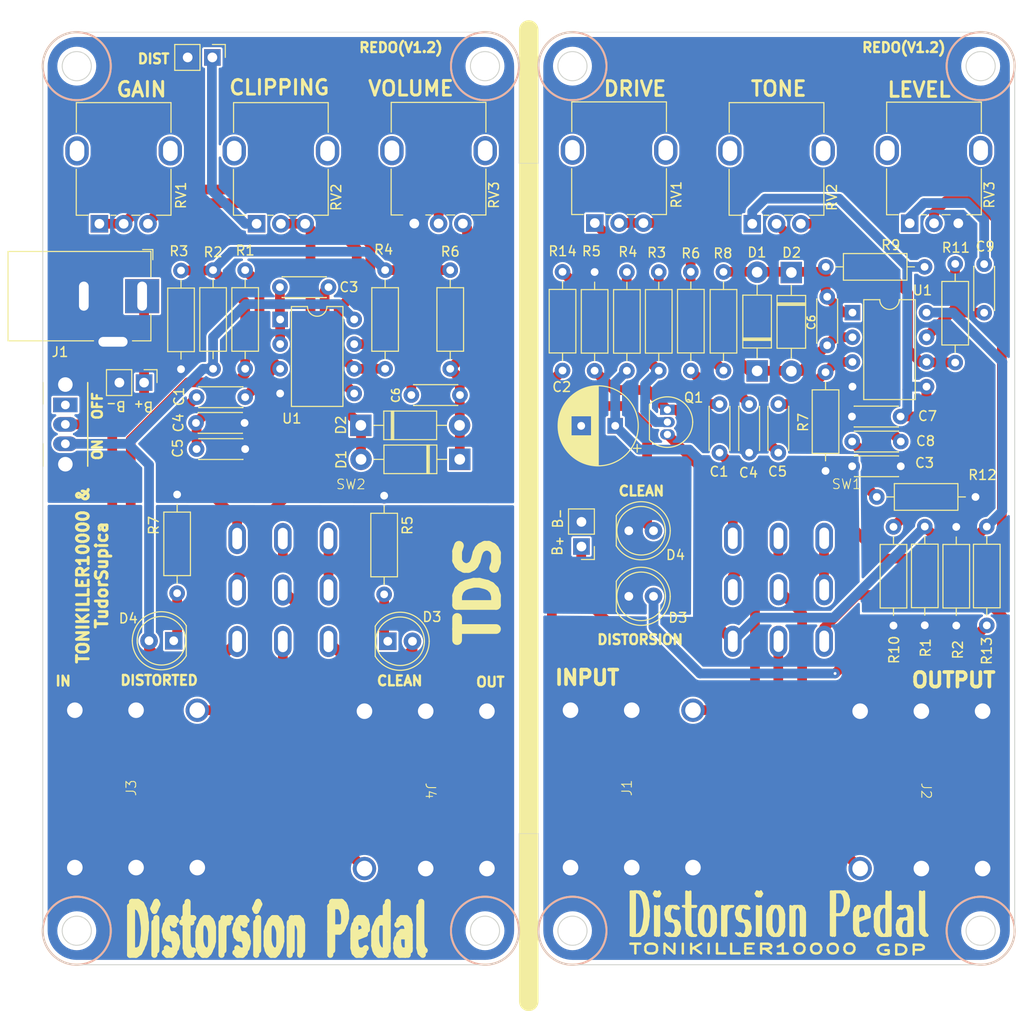
<source format=kicad_pcb>
(kicad_pcb (version 20240108) (generator "pcbnew") (generator_version "8.0")
  (layers (0 "F.Cu" signal) (31 "B.Cu" signal) (34 "B.Paste" user) (35 "F.Paste" user) (36 "B.SilkS" user "B.Silkscreen") (37 "F.SilkS" user "F.Silkscreen") (38 "B.Mask" user) (39 "F.Mask" user) (44 "Edge.Cuts" user))
  (net 0 "")
  (net 1 "Net-(C1-Pad2)")
  (net 2 "GND")
  (net 3 "Net-(U1B-+)")
  (net 4 "+4.5V")
  (net 5 "Net-(C4-Pad1)")
  (net 6 "Net-(D4-K)")
  (net 7 "Net-(D4-A)")
  (net 8 "Net-(U1B--)")
  (net 9 "+9V")
  (net 10 "Net-(D1-K)")
  (net 11 "Net-(C8-Pad2)")
  (net 12 "Net-(U1A--)")
  (net 13 "Net-(U1A-+)")
  (footprint "Capacitor_THT:C_Disc_D4.3mm_W1.9mm_P5.00mm" (layer "F.Cu") (at 187.985049 82.065304 90)
    (property "Reference" "C6")
    (property "Value" "51pF")
  )
  (footprint "Resistor_THT:R_Axial_DIN0207_L6.3mm_D2.5mm_P10.16mm_Horizontal" (layer "F.Cu") (at 160.755049 84.655304 90)
    (property "Reference" "R14")
    (property "Value" "1K")
  )
  (footprint "Resistor_THT:R_Axial_DIN0207_L6.3mm_D2.5mm_P10.16mm_Horizontal" (layer "F.Cu") (at 149.20005 74.32005 -90)
    (property "Reference" "R6")
    (property "Value" "10K")
  )
  (footprint "Resistor_THT:R_Axial_DIN0207_L6.3mm_D2.5mm_P10.16mm_Horizontal" (layer "F.Cu") (at 177.315049 74.505304 -90)
    (property "Reference" "R8")
    (property "Value" "51K")
  )
  (footprint "Capacitor_THT:C_Disc_D4.3mm_W1.9mm_P5.00mm" (layer "F.Cu") (at 182.955049 88.115304 -90)
    (property "Reference" "C5")
    (property "Value" "1uF")
  )
  (footprint "Button_Switch_THT:SW_CuK_OS102011MA1QN1_SPDT_Angled" (layer "F.Cu") (at 109.60005 88.20005 -90)
    (property "Reference" "SW1" (hide yes))
    (property "Value" "POW" (hide yes))
  )
  (footprint "Resistor_THT:R_Axial_DIN0207_L6.3mm_D2.5mm_P10.16mm_Horizontal" (layer "F.Cu") (at 170.655049 84.675304 90)
    (property "Reference" "R3")
    (property "Value" "1K")
  )
  (footprint "LED_THT:LED_D5.0mm" (layer "F.Cu") (at 167.575049 101.150304)
    (property "Reference" "D4")
    (property "Value" "GREEN")
  )
  (footprint "Package_DIP:DIP-8_W7.62mm" (layer "F.Cu") (at 131.70005 79.40005)
    (property "Reference" "U1")
    (property "Value" "TL072")
  )
  (footprint "Connector_PinHeader_2.54mm:PinHeader_1x02_P2.54mm_Vertical" (layer "F.Cu") (at 162.700049 102.775304 180)
    (property "Reference" "J3" (hide yes))
    (property "Value" "BATT")
  )
  (footprint "LED_THT:LED_D5.0mm" (layer "F.Cu") (at 167.575049 107.900304)
    (property "Reference" "D3")
    (property "Value" "RED")
  )
  (footprint "Audio:FootSwitch" (layer "F.Cu") (at 182.975049 107.225304)
    (property "Reference" "SW1")
    (property "Value" "FootSwitch")
  )
  (footprint "Capacitor_THT:C_Disc_D4.3mm_W1.9mm_P5.00mm" (layer "F.Cu") (at 190.555049 91.965304)
    (property "Reference" "C8")
    (property "Value" "220nF")
  )
  (footprint "Audio:FootSwitch" (layer "F.Cu") (at 131.97505 107.25005)
    (property "Reference" "SW2")
    (property "Value" "FootSwitch")
  )
  (footprint "Resistor_THT:R_Axial_DIN0207_L6.3mm_D2.5mm_P10.16mm_Horizontal" (layer "F.Cu") (at 194.805049 110.910304 90)
    (property "Reference" "R10")
    (property "Value" "10K")
  )
  (footprint "Resistor_THT:R_Axial_DIN0207_L6.3mm_D2.5mm_P10.16mm_Horizontal" (layer "F.Cu") (at 121.10005 97.42005 -90)
    (property "Reference" "R7")
    (property "Value" "1K")
  )
  (footprint "Capacitor_THT:C_Disc_D4.3mm_W1.9mm_P5.00mm" (layer "F.Cu") (at 136.67495 76.07515 180)
    (property "Reference" "C3")
    (property "Value" "10uF")
  )
  (footprint "Resistor_THT:R_Axial_DIN0207_L6.3mm_D2.5mm_P10.16mm_Horizontal" (layer "F.Cu") (at 142.40005 97.54005 -90)
    (property "Reference" "R5")
    (property "Value" "1K")
  )
  (footprint "Audio:PJ-664C" (layer "F.Cu") (at 167.875049 127.625304 90)
    (property "Reference" "J1")
    (property "Value" "INPUT")
  )
  (footprint "Capacitor_THT:C_Disc_D4.3mm_W1.9mm_P5.00mm" (layer "F.Cu") (at 128.10005 92.74005 180)
    (property "Reference" "C5")
    (property "Value" "100nF")
  )
  (footprint "Potentiometer_THT:Potentiometer_Alpha_RD901F-40-00D_Single_Vertical" (layer "F.Cu") (at 196.475049 69.500304 90)
    (property "Reference" "RV3")
    (property "Value" "100K")
  )
  (footprint "Connector_BarrelJack:BarrelJack_Horizontal" (layer "F.Cu") (at 117.50005 77.00005)
    (property "Reference" "J1")
    (property "Value" "Barrel_Jack")
  )
  (footprint "LED_THT:LED_D5.0mm" (layer "F.Cu") (at 142.77495 112.52515)
    (property "Reference" "D3")
    (property "Value" "GREEN")
  )
  (footprint "Capacitor_THT:C_Disc_D4.3mm_W1.9mm_P5.00mm" (layer "F.Cu") (at 190.535049 89.395304)
    (property "Reference" "C7")
    (property "Value" "220nF")
  )
  (footprint "Resistor_THT:R_Axial_DIN0207_L6.3mm_D2.5mm_P10.16mm_Horizontal" (layer "F.Cu") (at 204.405049 100.730304 -90)
    (property "Reference" "R13")
    (property "Value" "1K")
  )
  (footprint "Resistor_THT:R_Axial_DIN0207_L6.3mm_D2.5mm_P10.16mm_Horizontal" (layer "F.Cu") (at 121.50005 84.52005 90)
    (property "Reference" "R3")
    (property "Value" "10K")
  )
  (footprint "Resistor_THT:R_Axial_DIN0207_L6.3mm_D2.5mm_P10.16mm_Horizontal" (layer "F.Cu") (at 201.265049 100.750304 -90)
    (property "Reference" "R2")
    (property "Value" "100K")
  )
  (footprint "Resistor_THT:R_Axial_DIN0207_L6.3mm_D2.5mm_P10.16mm_Horizontal" (layer "F.Cu") (at 142.50005 84.48005 90)
    (property "Reference" "R4")
    (property "Value" "1K")
  )
  (footprint "Potentiometer_THT:Potentiometer_Alpha_RD901F-40-00D_Single_Vertical" (layer "F.Cu") (at 129.274922 69.550177 90)
    (property "Reference" "RV2")
    (property "Value" "10K")
  )
  (footprint "Capacitor_THT:C_Disc_D4.3mm_W1.9mm_P5.00mm" (layer "F.Cu") (at 204.135049 73.705304 -90)
    (property "Reference" "C9")
    (property "Value" "1uF")
  )
  (footprint "Connector_PinHeader_2.54mm:PinHeader_1x02_P2.54mm_Vertical" (layer "F.Cu") (at 124.72495 52.42515 -90)
    (property "Reference" "JP1" (hide yes))
    (property "Value" "Jumper_2_Open")
  )
  (footprint "Diode_THT:D_DO-41_SOD81_P10.16mm_Horizontal" (layer "F.Cu") (at 140.00005 90.30005)
    (property "Reference" "D2")
    (property "Value" "D")
  )
  (footprint "Audio:PJ-664C" (layer "F.Cu") (at 197.675049 127.925304 -90)
    (property "Reference" "J2")
    (property "Value" "OUTPUT")
  )
  (footprint "Package_TO_SOT_THT:TO-92_Inline" (layer "F.Cu") (at 171.545049 88.695304 -90)
    (property "Reference" "Q1")
    (property "Value" "2N3904")
  )
  (footprint "Resistor_THT:R_Axial_DIN0207_L6.3mm_D2.5mm_P10.16mm_Horizontal" (layer "F.Cu") (at 124.80005 74.32005 -90)
    (property "Reference" "R2")
    (property "Value" "10K")
  )
  (footprint "Resistor_THT:R_Axial_DIN0207_L6.3mm_D2.5mm_P10.16mm_Horizontal" (layer "F.Cu") (at 201.155049 73.675304 -90)
    (property "Reference" "R11")
    (property "Value" "1K")
  )
  (footprint "Resistor_THT:R_Axial_DIN0207_L6.3mm_D2.5mm_P10.16mm_Horizontal" (layer "F.Cu") (at 187.815049 94.995304 90)
    (property "Reference" "R7")
    (property "Value" "10K")
  )
  (footprint "Capacitor_THT:C_Disc_D4.3mm_W1.9mm_P5.00mm" (layer "F.Cu") (at 150.20005 87.18005 180)
    (property "Reference" "C6")
    (property "Value" "10uF")
  )
  (footprint "Capacitor_THT:C_Disc_D4.3mm_W1.9mm_P5.00mm" (layer "F.Cu") (at 195.555049 94.515304 180)
    (property "Reference" "C3")
    (property "Value" "100nF")
  )
  (footprint "Audio:PJ-664C" (layer "F.Cu") (at 116.874922 127.625177 90)
    (property "Reference" "J3")
    (property "Value" "INPUT")
  )
  (footprint "Diode_THT:D_DO-41_SOD81_P10.16mm_Horizontal" (layer "F.Cu") (at 184.295049 74.565304 -90)
    (property "Reference" "D2")
    (property "Value" "D")
  )
  (footprint "Potentiometer_THT:Potentiometer_Alpha_RD901F-40-00D_Single_Vertical" (layer "F.Cu") (at 180.275049 69.550304 90)
    (property "Reference" "RV2")
    (property "Value" "10K")
  )
  (footprint "Resistor_THT:R_Axial_DIN0207_L6.3mm_D2.5mm_P10.16mm_Horizontal" (layer "F.Cu") (at 173.955049 74.495304 -90)
    (property "Reference" "R6")
    (property "Value" "1K")
  )
  (footprint "Capacitor_THT:C_Disc_D4.3mm_W1.9mm_P5.00mm" (layer "F.Cu") (at 179.955049 88.115304 -90)
    (property "Reference" "C4")
    (property "Value" "47nF")
  )
  (footprint "LED_THT:LED_D5.0mm" (layer "F.Cu") (at 120.74995 112.47515 180)
    (property "Reference" "D4")
    (property "Value" "RED")
  )
  (footprint "Diode_THT:D_DO-41_SOD81_P10.16mm_Horizontal" (layer "F.Cu") (at 180.775049 84.695304 90)
    (property "Reference" "D1")
    (property "Value" "D")
  )
  (footprint "Connector_PinHeader_2.54mm:PinHeader_1x02_P2.54mm_Vertical" (layer "F.Cu") (at 117.70005 85.90005 -90)
    (property "Reference" "J2" (hide yes))
    (property "Value" "BATT")
  )
  (footprint "Capacitor_THT:C_Disc_D4.3mm_W1.9mm_P5.00mm" (layer "F.Cu") (at 123.10005 87.40005)
    (property "Reference" "C1")
    (property "Value" "10uF")
  )
  (footprint "Package_DIP:DIP-8_W7.62mm" (layer "F.Cu") (at 190.585049 78.695304)
    (property "Reference" "U1")
    (property "Value" "TL072")
  )
  (footprint "Resistor_THT:R_Axial_DIN0207_L6.3mm_D2.5mm_P10.16mm_Horizontal" (layer "F.Cu") (at 203.245049 97.670304 180)
    (property "Reference" "R12")
    (property "Value" "220R")
  )
  (footprint "Capacitor_THT:C_Disc_D4.3mm_W1.9mm_P5.00mm" (layer "F.Cu") (at 176.905049 93.115304 90)
    (property "Reference" "C1")
    (property "Value" "20nF")
  )
  (footprint "Audio:PJ-664C" (layer "F.Cu") (at 146.674922 127.925177 -90)
    (property "Reference" "J4")
    (property "Value" "OUTPUT")
  )
  (footprint "Diode_THT:D_DO-41_SOD81_P10.16mm_Horizontal" (layer "F.Cu") (at 150.18005 93.80005 180)
    (property "Reference" "D1")
    (property "Value" "D")
  )
  (footprint "Resistor_THT:R_Axial_DIN0207_L6.3mm_D2.5mm_P10.16mm_Horizontal" (layer "F.Cu") (at 167.375049 74.520304 -90)
    (property "Reference" "R4")
    (property "Value" "510K")
  )
  (footprint "Potentiometer_THT:Potentiometer_Alpha_RD901F-40-00D_Single_Vertical" (layer "F.Cu") (at 113.10005 69.55005 90)
    (property "Reference" "RV1")
    (property "Value" "100K")
  )
  (footprint "Resistor_THT:R_Axial_DIN0207_L6.3mm_D2.5mm_P10.16mm_Horizontal" (layer "F.Cu") (at 198.005049 73.985304 180)
    (property "Reference" "R9")
    (property "Value" "1K")
  )
  (footprint "Potentiometer_THT:Potentiometer_Alpha_RD901F-40-00D_Single_Vertical" (layer "F.Cu") (at 145.50005 69.52505 90)
    (property "Reference" "RV3")
    (property "Value" "100K")
  )
  (footprint "Capacitor_THT:C_Disc_D4.3mm_W1.9mm_P5.00mm" (layer "F.Cu") (at 128.04005 90.05005 180)
    (property "Reference" "C4")
    (property "Value" "10uF")
  )
  (footprint "Capacitor_THT:CP_Radial_D8.0mm_P3.50mm" (layer "F.Cu") (at 166.175049 90.350304 180)
    (property "Reference" "C2")
    (property "Value" "1uF")
  )
  (footprint "Potentiometer_THT:Potentiometer_Alpha_RD901F-40-00D_Single_Vertical" (layer "F.Cu") (at 164.075049 69.475304 90)
    (property "Reference" "RV1")
    (property "Value" "500K")
  )
  (footprint "Resistor_THT:R_Axial_DIN0207_L6.3mm_D2.5mm_P10.16mm_Horizontal" (layer "F.Cu") (at 128.10005 84.48005 90)
    (property "Reference" "R1")
    (property "Value" "100k")
  )
  (footprint "Resistor_THT:R_Axial_DIN0207_L6.3mm_D2.5mm_P10.16mm_Horizontal" (layer "F.Cu") (at 198.025049 110.880304 90)
    (property "Reference" "R1")
    (property "Value" "100K")
  )
  (footprint "Resistor_THT:R_Axial_DIN0207_L6.3mm_D2.5mm_P10.16mm_Horizontal" (layer "F.Cu") (at 164.055049 74.515304 -90)
    (property "Reference" "R5")
    (property "Value" "10K")
  )
  (gr_circle (center 110.774921 53.325176) (end 110.774921 56.825176) (stroke (width 0.2)) (fill none) (layer "B.SilkS"))
  (gr_circle (center 152.774923 142.325178) (end 152.774923 145.825178) (stroke (width 0.2)) (fill none) (layer "B.SilkS"))
  (gr_circle (center 110.774921 142.325178) (end 110.774921 145.825178) (stroke (width 0.2)) (fill none) (layer "B.SilkS"))
  (gr_circle (center 161.775048 53.325303) (end 161.775048 56.825303) (stroke (width 0.2)) (fill none) (layer "B.SilkS"))
  (gr_circle (center 203.77505 53.325303) (end 203.77505 56.825303) (stroke (width 0.2)) (fill none) (layer "B.SilkS"))
  (gr_circle (center 161.775048 142.325305) (end 161.775048 145.825305) (stroke (width 0.2)) (fill none) (layer "B.SilkS"))
  (gr_circle (center 152.774923 53.325176) (end 152.774923 56.825176) (stroke (width 0.2)) (fill none) (layer "B.SilkS"))
  (gr_circle (center 203.77505 142.325305) (end 203.77505 145.825305) (stroke (width 0.2)) (fill none) (layer "B.SilkS"))
  (gr_circle (center 203.77505 142.325305) (end 207.27505 142.325305) (stroke (width 0.2)) (fill none) (layer "F.SilkS"))
  (gr_circle (center 203.77505 53.325303) (end 207.27505 53.325303) (stroke (width 0.2)) (fill none) (layer "F.SilkS"))
  (gr_circle (center 110.774921 53.325176) (end 114.274921 53.325176) (stroke (width 0.2)) (fill none) (layer "F.SilkS"))
  (gr_circle (center 161.775048 142.325305) (end 165.275048 142.325305) (stroke (width 0.2)) (fill none) (layer "F.SilkS"))
  (gr_circle (center 161.775048 53.325303) (end 165.275048 53.325303) (stroke (width 0.2)) (fill none) (layer "F.SilkS"))
  (gr_line (start 157.279167 49.596077) (end 157.279167 149.596077) (stroke (width 2)) (layer "F.SilkS"))
  (gr_circle (center 152.774923 53.325176) (end 156.274923 53.325176) (stroke (width 0.2)) (fill none) (layer "F.SilkS"))
  (gr_circle (center 152.774923 142.325178) (end 156.274923 142.325178) (stroke (width 0.2)) (fill none) (layer "F.SilkS"))
  (gr_circle (center 110.774921 142.325178) (end 114.274921 142.325178) (stroke (width 0.2)) (fill none) (layer "F.SilkS"))
  (gr_circle (center 161.775048 53.325303) (end 161.775048 54.825303) (stroke (width 0.1)) (fill none) (layer "Edge.Cuts"))
  (gr_line (start 161.775049 49.825304) (end 203.775049 49.825304) (stroke (width 0.05)) (layer "Edge.Cuts"))
  (gr_line (start 107.274922 142.325177) (end 107.274922 53.325177) (stroke (width 0.1)) (layer "Edge.Cuts"))
  (gr_circle (center 161.775048 142.325305) (end 161.775048 143.825305) (stroke (width 0.1)) (fill none) (layer "Edge.Cuts"))
  (gr_line (start 158.274922 132.325177) (end 158.275049 142.325304) (stroke (width 0.05)) (layer "Edge.Cuts"))
  (gr_circle (center 152.774923 142.325178) (end 152.774923 143.825178) (stroke (width 0.1)) (fill none) (layer "Edge.Cuts"))
  (gr_arc (start 152.774922 49.825177) (mid 155.249805 50.850301) (end 156.274922 53.325177) (stroke (width 0.1)) (layer "Edge.Cuts"))
  (gr_arc (start 156.274922 142.325177) (mid 155.249803 144.800062) (end 152.774922 145.825177) (stroke (width 0.1)) (layer "Edge.Cuts"))
  (gr_arc (start 158.275049 53.325304) (mid 159.300175 50.85043) (end 161.775049 49.825304) (stroke (width 0.1)) (layer "Edge.Cuts"))
  (gr_circle (center 203.77505 142.325305) (end 203.77505 143.825305) (stroke (width 0.1)) (fill none) (layer "Edge.Cuts"))
  (gr_circle (center 203.77505 53.325303) (end 203.77505 54.825303) (stroke (width 0.1)) (fill none) (layer "Edge.Cuts"))
  (gr_line (start 156.274795 132.32505) (end 158.274922 132.325177) (stroke (width 0.05)) (layer "Edge.Cuts"))
  (gr_line (start 156.274795 132.32505) (end 156.274922 142.325177) (stroke (width 0.05)) (layer "Edge.Cuts"))
  (gr_arc (start 203.775049 49.825304) (mid 206.249925 50.850426) (end 207.275049 53.325304) (stroke (width 0.1)) (layer "Edge.Cuts"))
  (gr_line (start 156.274922 53.325177) (end 156.275049 63.325304) (stroke (width 0.05)) (layer "Edge.Cuts"))
  (gr_circle (center 110.774921 142.325178) (end 110.774921 143.825178) (stroke (width 0.1)) (fill none) (layer "Edge.Cuts"))
  (gr_line (start 203.775049 145.825304) (end 161.775049 145.825304) (stroke (width 0.1)) (layer "Edge.Cuts"))
  (gr_line (start 207.275049 53.325304) (end 207.275049 142.325304) (stroke (width 0.1)) (layer "Edge.Cuts"))
  (gr_line (start 156.275049 63.325304) (end 158.275176 63.325431) (stroke (width 0.05)) (layer "Edge.Cuts"))
  (gr_line (start 152.774922 145.825177) (end 110.774922 145.825177) (stroke (width 0.1)) (layer "Edge.Cuts"))
  (gr_line (start 158.275049 53.325304) (end 158.275176 63.325431) (stroke (width 0.05)) (layer "Edge.Cuts"))
  (gr_line (start 110.774922 49.825177) (end 152.774922 49.825177) (stroke (width 0.05)) (layer "Edge.Cuts"))
  (gr_arc (start 161.775049 145.825304) (mid 159.300175 144.800178) (end 158.275049 142.325304) (stroke (width 0.1)) (layer "Edge.Cuts"))
  (gr_arc (start 110.774922 145.825177) (mid 108.300057 144.800042) (end 107.274922 142.325177) (stroke (width 0.1)) (layer "Edge.Cuts"))
  (gr_arc (start 107.274922 53.325177) (mid 108.300049 50.850304) (end 110.774922 49.825177) (stroke (width 0.1)) (layer "Edge.Cuts"))
  (gr_circle (center 152.774923 53.325176) (end 152.774923 54.825176) (stroke (width 0.1)) (fill none) (layer "Edge.Cuts"))
  (gr_circle (center 110.774921 53.325176) (end 110.774921 54.825176) (stroke (width 0.1)) (fill none) (layer "Edge.Cuts"))
  (gr_arc (start 207.275049 142.325304) (mid 206.249924 144.80018) (end 203.775049 145.825304) (stroke (width 0.1)) (layer "Edge.Cuts"))
  (gr_text "ON" (at 112.90005 92.80005 90) (layer "F.SilkS") (effects (font (size 1 1) (thickness 0.25))))
  (gr_text "REDO(V1.2)" (at 191.445049 51.995304 0) (layer "F.SilkS") (effects (font (size 1 1) (thickness 0.25) (bold yes)) (justify left bottom)))
  (gr_text "REDO(V1.2)" (at 139.70005 52.00005 0) (layer "F.SilkS") (effects (font (size 1 1) (thickness 0.25) (bold yes)) (justify left bottom)))
  (gr_text "DISTORTED" (at 119.25005 116.55005 0) (layer "F.SilkS") (effects (font (size 1 1) (thickness 0.25) (bold yes))))
  (gr_text "Distorsion Pedal" (at 183.125049 140.725304 0) (layer "F.SilkS") (effects (font (size 4.5 2.5) (thickness 0.25) (bold yes))))
  (gr_text "TONIKILLER10000 \n" (at 167.395049 144.795304 0) (layer "F.SilkS") (effects (font (size 1 1.8) (thickness 0.25) (bold yes)) (justify left bottom)))
  (gr_text "B_{-}" (at 160.275049 99.900304 90) (layer "F.SilkS") (effects (font (size 1 1))))
  (gr_text "B_{-}" (at 114.82505 88.32505 180) (layer "F.SilkS") (effects (font (size 1 1))))
  (gr_text "TONE\n" (at 179.975049 56.525304 0) (layer "F.SilkS") (effects (font (size 1.5 1.5) (thickness 0.3) (bold yes)) (justify left bottom)))
  (gr_text "GDP" (at 192.695049 144.895304 0) (layer "F.SilkS") (effects (font (size 1 1.8) (thickness 0.25) (bold yes)) (justify left bottom)))
  (gr_text "LEVEL" (at 194.025049 56.625304 0) (layer "F.SilkS") (effects (font (size 1.5 1.5) (thickness 0.3) (bold yes)) (justify left bottom)))
  (gr_text "Distorsion Pedal" (at 183.075049 140.775304 0) (layer "F.SilkS") (effects (font (size 4.5 2.5) (thickness 0.25) (bold yes))))
  (gr_text "DIST" (at 118.67495 52.57515 0) (layer "F.SilkS") (effects (font (size 1 1) (thickness 0.25) (bold yes))))
  (gr_text "TDS" (at 154.45005 113.45005 90) (layer "F.SilkS") (effects (font (size 4 4) (thickness 1) (bold yes)) (justify left bottom)))
  (gr_text "B_{+}" (at 117.65005 88.37505 180) (layer "F.SilkS") (effects (font (size 1 1))))
  (gr_text "INPUT\n" (at 159.795049 117.145304 0) (layer "F.SilkS") (effects (font (size 1.5 1.5) (thickness 0.375) (bold yes)) (justify left bottom)))
  (gr_text "Distorsion Pedal" (at 182.725049 140.725304 0) (layer "F.SilkS") (effects (font (size 4.5 2.5) (thickness 0.25) (bold yes))))
  (gr_text "TONIKILLER10000 &\nTudorSupica" (at 112.37495 105.72515 90) (layer "F.SilkS") (effects (font (size 1.2 1.2) (thickness 0.3) (bold yes))))
  (gr_text "OFF\n" (at 112.90005 88.30005 90) (layer "F.SilkS") (effects (font (size 1 1) (thickness 0.25))))
  (gr_text "DISTORSION" (at 164.195049 112.945304 0) (layer "F.SilkS") (effects (font (size 1 1) (thickness 0.25) (bold yes)) (justify left bottom)))
  (gr_text "DRIVE" (at 164.825049 56.525304 0) (layer "F.SilkS") (effects (font (size 1.5 1.5) (thickness 0.3) (bold yes)) (justify left bottom)))
  (gr_text "VOLUME\n" (at 140.60005 56.50005 0) (layer "F.SilkS") (effects (font (size 1.5 1.5) (thickness 0.3) (bold yes)) (justify left bottom)))
  (gr_text "\nDistorsion Pedal" (at 131.40005 138.05005 0) (layer "F.SilkS") (effects (font (size 5 2.5) (thickness 0.625) (bold yes))))
  (gr_text "CLEAN\n" (at 144.00005 116.60005 0) (layer "F.SilkS") (effects (font (size 1 1) (thickness 0.25) (bold yes))))
  (gr_text "Distorsion Pedal" (at 182.875049 140.775304 0) (layer "F.SilkS") (effects (font (size 4.5 2.5) (thickness 0.25) (bold yes))))
  (gr_text "IN" (at 109.37495 116.62515 0) (layer "F.SilkS") (effects (font (size 1 1) (thickness 0.25) (bold yes))))
  (gr_text "B_{+}" (at 160.225049 102.725304 90) (layer "F.SilkS") (effects (font (size 1 1))))
  (gr_text "CLEAN" (at 166.395049 97.645304 0) (layer "F.SilkS") (effects (font (size 1 1) (thickness 0.25) (bold yes)) (justify left bottom)))
  (gr_text "OUT" (at 153.32495 116.72515 0) (layer "F.SilkS") (effects (font (size 1 1) (thickness 0.25) (bold yes))))
  (gr_text "GAIN\n" (at 114.70005 56.60005 0) (layer "F.SilkS") (effects (font (size 1.5 1.5) (thickness 0.3) (bold yes)) (justify left bottom)))
  (gr_text "CLIPPING\n" (at 126.30005 56.40005 0) (layer "F.SilkS") (effects (font (size 1.5 1.5) (thickness 0.3) (bold yes)) (justify left bottom)))
  (gr_text "\nDistorsion Pedal" (at 131.20005 138.50005 0) (layer "F.SilkS") (effects (font (size 5 2.5) (thickness 0.625) (bold yes))))
  (gr_text "OUTPUT\n" (at 196.495049 117.395304 0) (layer "F.SilkS") (effects (font (size 1.5 1.5) (thickness 0.375) (bold yes)) (justify left bottom)))
  (segment (start 187.655049 101.915304) (end 187.655049 107.215304) (width 1) (layer "F.Cu") (net 0))
  (segment (start 114.07495 90.20005) (end 115.45005 90.20005) (width 1) (layer "F.Cu") (net 0))
  (segment (start 140.97495 71.67515) (end 140.97495 81.94005) (width 1) (layer "F.Cu") (net 0))
  (segment (start 125.61995 87.47015) (end 123.04005 90.05005) (width 1) (layer "F.Cu") (net 0))
  (segment (start 134.82495 70.100205) (end 134.274922 69.550177) (width 1) (layer "F.Cu") (net 0))
  (segment (start 152.92495 68.72515) (end 151.77495 67.57515) (width 1) (layer "F.Cu") (net 0))
  (segment (start 198.975049 68.445304) (end 198.975049 69.500304) (width 1) (layer "F.Cu") (net 0))
  (segment (start 182.955049 117.890304) (end 178.755049 122.090304) (width 1) (layer "F.Cu") (net 0))
  (segment (start 178.275049 105.845304) (end 180.655049 103.465304) (width 1) (layer "F.Cu") (net 0))
  (segment (start 114.42495 120.47515) (end 114.42495 90.55005) (width 1) (layer "F.Cu") (net 0))
  (segment (start 117.50005 77.00005) (end 117.70005 77.20005) (width 1) (layer "F.Cu") (net 0))
  (segment (start 201.135049 78.275304) (end 199.662549 79.747804) (width 1) (layer "F.Cu") (net 0))
  (segment (start 160.755049 84.655304) (end 159.655049 85.755304) (width 1) (layer "F.Cu") (net 0))
  (segment (start 129.62495 116.62515) (end 129.62495 106.27515) (width 1) (layer "F.Cu") (net 0))
  (segment (start 178.275049 107.225304) (end 178.275049 105.845304) (width 1) (layer "F.Cu") (net 0))
  (segment (start 200.205049 67.215304) (end 198.975049 68.445304) (width 1) (layer "F.Cu") (net 0))
  (segment (start 188.655049 98.915304) (end 193.755049 104.015304) (width 1) (layer "F.Cu") (net 0))
  (segment (start 177.780049 119.615304) (end 174.155049 119.615304) (width 1) (layer "F.Cu") (net 0))
  (segment (start 152.92495 95.12515) (end 152.92495 68.72515) (width 1) (layer "F.Cu") (net 0))
  (segment (start 172.305049 73.440304) (end 170.555049 71.690304) (width 1) (layer "F.Cu") (net 0))
  (segment (start 203.805049 107.765304) (end 191.055049 107.765304) (width 1) (layer "F.Cu") (net 0))
  (segment (start 193.065049 97.660304) (end 193.050049 97.660304) (width 1) (layer "F.Cu") (net 0))
  (segment (start 182.955049 101.915304) (end 182.955049 103.815304) (width 1) (layer "F.Cu") (net 0))
  (segment (start 166.045049 86.665304) (end 164.055049 84.675304) (width 1) (layer "F.Cu") (net 0))
  (segment (start 123.174922 119.625177) (end 126.624923 119.625177) (width 1) (layer "F.Cu") (net 0))
  (segment (start 151.77495 67.57515) (end 148.82495 67.57515) (width 1) (layer "F.Cu") (net 0))
  (segment (start 188.795049 115.845304) (end 191.695049 112.945304) (width 1) (layer "F.Cu") (net 0))
  (segment (start 162.680049 107.815304) (end 162.680049 102.765304) (width 1) (layer "F.Cu") (net 0))
  (segment (start 128.10005 84.99005) (end 125.61995 87.47015) (width 1) (layer "F.Cu") (net 0))
  (segment (start 116.32495 91.77515) (end 122.22495 85.87515) (width 1) (layer "F.Cu") (net 0))
  (segment (start 145.31495 112.52515) (end 145.31495 113.38515) (width 1) (layer "F.Cu") (net 0))
  (segment (start 170.555049 115.690304) (end 162.680049 107.815304) (width 1) (layer "F.Cu") (net 0))
  (segment (start 170.555049 120.190304) (end 170.555049 115.690304) (width 1) (layer "F.Cu") (net 0))
  (segment (start 139.32005 81.94005) (end 140.97495 81.94005) (width 1) (layer "F.Cu") (net 0))
  (segment (start 205.955049 69.665304) (end 203.505049 67.215304) (width 1) (layer "F.Cu") (net 0))
  (segment (start 187.825049 76.915304) (end 187.825049 73.975304) (width 1) (layer "F.Cu") (net 0))
  (segment (start 159.655049 137.015304) (end 160.605049 137.965304) (width 1) (layer "F.Cu") (net 0))
  (segment (start 180.655049 103.465304) (end 180.655049 100.115304) (width 1) (layer "F.Cu") (net 0))
  (segment (start 124.02495 85.87515) (end 125.61995 87.47015) (width 1) (layer "F.Cu") (net 0))
  (segment (start 182.955049 103.815304) (end 180.555049 106.215304) (width 1) (layer "F.Cu") (net 0))
  (segment (start 121.32495 94.07515) (end 127.27505 100.02525) (width 1) (layer "F.Cu") (net 0))
  (segment (start 131.97505 112.55005) (end 131.97505 117.62505) (width 1) (layer "F.Cu") (net 0))
  (segment (start 128.10005 84.48005) (end 128.10005 84.99005) (width 1) (layer "F.Cu") (net 0))
  (segment (start 199.662549 79.747804) (end 198.185049 81.225304) (width 1) (layer "F.Cu") (net 0))
  (segment (start 138.65015 114.52515) (end 136.67505 112.55005) (width 1) (layer "F.Cu") (net 0))
  (segment (start 181.855049 98.915304) (end 188.655049 98.915304) (width 1) (layer "F.Cu") (net 0))
  (segment (start 205.955049 101.915304) (end 205.955049 69.665304) (width 1) (layer "F.Cu") (net 0))
  (segment (start 148.00005 68.40005) (end 148.00005 69.52505) (width 1) (layer "F.Cu") (net 0))
  (segment (start 172.485049 88.695304) (end 171.545049 88.695304) (width 1) (layer "F.Cu") (net 0))
  (segment (start 173.755049 89.965304) (end 173.105049 89.315304) (width 1) (layer "F.Cu") (net 0))
  (segment (start 159.655049 85.755304) (end 159.655049 137.015304) (width 1) (layer "F.Cu") (net 0))
  (segment (start 185.405049 129.965304) (end 191.355049 135.915304) (width 1) (layer "F.Cu") (net 0))
  (segment (start 189.595049 78.685304) (end 187.825049 76.915304) (width 1) (layer "F.Cu") (net 0))
  (segment (start 131.774922 69.550177) (end 134.274922 69.550177) (width 1) (layer "F.Cu") (net 0))
  (segment (start 134.07495 95.87515) (end 152.17495 95.87515) (width 1) (layer "F.Cu") (net 0))
  (segment (start 142.50005 74.32005) (end 149.20005 74.32005) (width 1) (layer "F.Cu") (net 0))
  (segment (start 134.52495 130.075205) (end 140.374922 135.925177) (width 1) (layer "F.Cu") (net 0))
  (segment (start 144.17495 114.52515) (end 138.65015 114.52515) (width 1) (layer "F.Cu") (net 0))
  (segment (start 200.715049 78.695304) (end 199.662549 79.747804) (width 1) (layer "F.Cu") (net 0))
  (segment (start 115.60005 69.55005) (end 119.12495 66.02515) (width 1) (layer "F.Cu") (net 0))
  (segment (start 192.205049 93.615304) (end 190.555049 91.965304) (width 1) (layer "F.Cu") (net 0))
  (segment (start 116.32495 119.075205) (end 116.32495 91.77515) (width 1) (layer "F.Cu") (net 0))
  (segment (start 182.955049 112.515304) (end 182.955049 117.890304) (width 1) (layer "F.Cu") (net 0))
  (segment (start 182.955049 93.115304) (end 179.805049 89.965304) (width 1) (layer "F.Cu") (net 0))
  (segment (start 167.355049 81.385304) (end 170.635049 84.665304) (width 1) (layer "F.Cu") (net 0))
  (segment (start 145.31495 113.38515) (end 144.17495 114.52515) (width 1) (layer "F.Cu") (net 0))
  (segment (start 160.605049 137.965304) (end 204.955049 137.965304) (width 1) (layer "F.Cu") (net 0))
  (segment (start 142.40005 112.15025) (end 142.77495 112.52515) (width 1) (layer "F.Cu") (net 0))
  (segment (start 127.27505 100.02525) (end 127.27505 101.95005) (width 1) (layer "F.Cu") (net 0))
  (segment (start 119.12495 66.02515) (end 135.32495 66.02515) (width 1) (layer "F.Cu") (net 0))
  (segment (start 193.755049 104.015304) (end 203.855049 104.015304) (width 1) (layer "F.Cu") (net 0))
  (segment (start 135.32495 66.02515) (end 140.97495 71.67515) (width 1) (layer "F.Cu") (net 0))
  (segment (start 179.805049 89.965304) (end 173.755049 89.965304) (width 1) (layer "F.Cu") (net 0))
  (segment (start 109.60005 90.20005) (end 114.07495 90.20005) (width 1) (layer "F.Cu") (net 0))
  (segment (start 117.70005 77.20005) (end 117.70005 85.90005) (width 1) (layer "F.Cu") (net 0))
  (segment (start 190.565049 78.685304) (end 189.595049 78.685304) (width 1) (layer "F.Cu") (net 0))
  (segment (start 171.545049 88.695304) (end 169.515049 86.665304) (width 1) (layer "F.Cu") (net 0))
  (segment (start 128.10005 77.62005) (end 124.80005 74.32005) (width 1) (layer "F.Cu") (net 0))
  (segment (start 182.955049 107.215304) (end 185.405049 109.665304) (width 1) (layer "F.Cu") (net 0))
  (segment (start 117.70005 87.95005) (end 117.70005 85.90005) (width 1) (layer "F.Cu") (net 0))
  (segment (start 180.555049 116.840304) (end 177.780049 119.615304) (width 1) (layer "F.Cu") (net 0))
  (segment (start 114.42495 90.55005) (end 114.07495 90.20005) (width 1) (layer "F.Cu") (net 0))
  (segment (start 125.24995 114.57515) (end 127.27505 112.55005) (width 1) (layer "F.Cu") (net 0))
  (segment (start 131.97505 117.62505) (end 126.92495 122.67515) (width 1) (layer "F.Cu") (net 0))
  (segment (start 129.62495 103.62515) (end 129.62495 100.32515) (width 1) (layer "F.Cu") (net 0))
  (segment (start 140.02005 90.32005) (end 140.00005 90.30005) (width 1) (layer "F.Cu") (net 0))
  (segment (start 123.10005 92.74005) (end 123.10005 90.11005) (width 1) (layer "F.Cu") (net 0))
  (segment (start 185.405049 109.665304) (end 185.405049 129.965304) (width 1) (layer "F.Cu") (net 0))
  (segment (start 140.97495 81.94005) (end 142.78985 81.94005) (width 1) (layer "F.Cu") (net 0))
  (segment (start 145.20005 84.35025) (end 145.20005 87.18005) (width 1) (layer "F.Cu") (net 0))
  (segment (start 113.10005 69.55005) (end 115.60005 69.55005) (width 1) (layer "F.Cu") (net 0))
  (segment (start 167.355049 74.510304) (end 167.355049 81.385304) (width 1) (layer "F.Cu") (net 0))
  (segment (start 127.27505 107.25005) (end 127.27505 105.97505) (width 1) (layer "F.Cu") (net 0))
  (segment (start 140.00005 90.30005) (end 134.82495 85.12495) (width 1) (layer "F.Cu") (net 0))
  (segment (start 128.10005 84.48005) (end 128.10005 77.62005) (width 1) (layer "F.Cu") (net 0))
  (segment (start 127.27505 105.97505) (end 129.62495 103.62515) (width 1) (layer "F.Cu") (net 0))
  (segment (start 122.22495 85.87515) (end 124.02495 85.87515) (width 1) (layer "F.Cu") (net 0))
  (segment (start 119.47495 114.57515) (end 125.24995 114.57515) (width 1) (layer "F.Cu") (net 0))
  (segment (start 140.02005 93.80005) (end 140.02005 90.32005) (width 1) (layer "F.Cu") (net 0))
  (segment (start 204.115049 78.695304) (end 200.715049 78.695304) (width 1) (layer "F.Cu") (net 0))
  (segment (start 191.695049 112.945304) (end 202.350049 112.945304) (width 1) (layer "F.Cu") (net 0))
  (segment (start 131.97505 103.92505) (end 131.97505 101.95005) (width 1) (layer "F.Cu") (net 0))
  (segment (start 202.350049 112.945304) (end 204.405049 110.890304) (width 1) (layer "F.Cu") (net 0))
  (segment (start 121.32495 89.17515) (end 121.32495 94.07515) (width 1) (layer "F.Cu") (net 0))
  (segment (start 142.40005 107.70005) (end 142.40005 112.15025) (width 1) (layer "F.Cu") (net 0))
  (segment (start 116.62495 122.67515) (end 114.42495 120.47515) (width 1) (layer "F.Cu") (net 0))
  (segment (start 129.62495 100.32515) (end 134.07495 95.87515) (width 1) (layer "F.Cu") (net 0))
  (segment (start 134.82495 85.12495) (end 134.82495 70.100205) (width 1) (layer "F.Cu") (net 0))
  (segment (start 187.305049 74.495304) (end 177.295049 74.495304) (width 1) (layer "F.Cu") (net 0))
  (segment (start 152.17495 95.87515) (end 152.92495 95.12515) (width 1) (layer "F.Cu") (net 0))
  (segment (start 124.76005 74.36005) (end 124.80005 74.32005) (width 1) (layer "F.Cu") (net 0))
  (segment (start 115.45005 90.20005) (end 117.70005 87.95005) (width 1) (layer "F.Cu") (net 0))
  (segment (start 180.555049 106.215304) (end 180.555049 116.840304) (width 1) (layer "F.Cu") (net 0))
  (segment (start 204.955049 137.965304) (end 206.005049 136.915304) (width 1) (layer "F.Cu") (net 0))
  (segment (start 148.82495 67.57515) (end 148.00005 68.40005) (width 1) (layer "F.Cu") (net 0))
  (segment (start 206.005049 136.915304) (end 206.005049 109.965304) (width 1) (layer "F.Cu") (net 0))
  (segment (start 203.505049 67.215304) (end 200.205049 67.215304) (width 1) (layer "F.Cu") (net 0))
  (segment (start 178.755049 122.090304) (end 172.455049 122.090304) (width 1) (layer "F.Cu") (net 0))
  (segment (start 121.50005 74.36005) (end 124.76005 74.36005) (width 1) (layer "F.Cu") (net 0))
  (segment (start 134.52495 109.79995) (end 134.52495 130.075205) (width 1) (layer "F.Cu") (net 0))
  (segment (start 118.20995 113.31015) (end 119.47495 114.57515) (width 1) (layer "F.Cu") (net 0))
  (segment (start 191.055049 107.765304) (end 187.675049 111.145304) (width 1) (layer "F.Cu") (net 0))
  (segment (start 192.205049 96.815304) (end 192.205049 93.615304) (width 1) (layer "F.Cu") (net 0))
  (segment (start 123.10005 90.11005) (end 123.04005 90.05005) (width 1) (layer "F.Cu") (net 0))
  (segment (start 176.905049 93.115304) (end 178.275049 94.485304) (width 1) (layer "F.Cu") (net 0))
  (segment (start 180.655049 100.115304) (end 181.855049 98.915304) (width 1) (layer "F.Cu") (net 0))
  (segment (start 187.675049 111.145304) (end 187.675049 112.525304) (width 1) (layer "F.Cu") (net 0))
  (segment (start 203.855049 104.015304) (end 205.955049 101.915304) (width 1) (layer "F.Cu") (net 0))
  (segment (start 193.050049 97.660304) (end 192.205049 96.815304) (width 1) (layer "F.Cu") (net 0))
  (segment (start 136.67505 107.25005) (end 136.67505 101.95005) (width 1) (layer "F.Cu") (net 0))
  (segment (start 201.135049 73.665304) (end 201.135049 78.275304) (width 1) (layer "F.Cu") (net 0))
  (segment (start 166.280049 71.690304) (end 164.055049 69.465304) (width 1) (layer "F.Cu") (net 0))
  (segment (start 116.874922 119.625177) (end 116.32495 119.075205) (width 1) (layer "F.Cu") (net 0))
  (segment (start 142.78985 81.94005) (end 145.20005 84.35025) (width 1) (layer "F.Cu") (net 0))
  (segment (start 131.97505 107.25005) (end 134.52495 109.79995) (width 1) (layer "F.Cu") (net 0))
  (segment (start 206.005049 109.965304) (end 203.805049 107.765304) (width 1) (layer "F.Cu") (net 0))
  (segment (start 170.555049 71.690304) (end 166.280049 71.690304) (width 1) (layer "F.Cu") (net 0))
  (segment (start 173.105049 89.315304) (end 172.485049 88.695304) (width 1) (layer "F.Cu") (net 0))
  (segment (start 123.10005 87.40005) (end 121.32495 89.17515) (width 1) (layer "F.Cu") (net 0))
  (segment (start 126.624923 119.625177) (end 129.62495 116.62515) (width 1) (layer "F.Cu") (net 0))
  (segment (start 178.275049 94.485304) (end 178.275049 101.925304) (width 1) (layer "F.Cu") (net 0))
  (segment (start 172.455049 122.090304) (end 170.555049 120.190304) (width 1) (layer "F.Cu") (net 0))
  (segment (start 129.62495 106.27515) (end 131.97505 103.92505) (width 1) (layer "F.Cu") (net 0))
  (segment (start 177.295049 84.655304) (end 172.305049 79.665304) (width 1) (layer "F.Cu") (net 0))
  (segment (start 118.20995 112.47515) (end 118.20995 113.31015) (width 1) (layer "F.Cu") (net 0))
  (segment (start 169.515049 86.665304) (end 166.045049 86.665304) (width 1) (layer "F.Cu") (net 0))
  (segment (start 126.92495 122.67515) (end 116.62495 122.67515) (width 1) (layer "F.Cu") (net 0))
  (segment (start 187.825049 73.975304) (end 187.305049 74.495304) (width 1) (layer "F.Cu") (net 0))
  (segment (start 172.305049 79.665304) (end 172.305049 73.440304) (width 1) (layer "F.Cu") (net 0))
  (via (at 188.795049 115.845304) (size 0.6) (drill 0.3) (layers "F.Cu" "B.Cu") (net 0))
  (segment (start 196.475049 68.895304) (end 197.955049 67.415304) (width 1) (layer "B.Cu") (net 0))
  (segment (start 169.255049 88.865304) (end 169.255049 86.075304) (width 1) (layer "B.Cu") (net 0))
  (segment (start 118.20995 94.36015) (end 116.05005 92.20025) (width 1) (layer "B.Cu") (net 0))
  (segment (start 196.475049 69.500304) (end 196.475049 68.895304) (width 1) (layer "B.Cu") (net 0))
  (segment (start 170.355049 89.965304) (end 169.255049 88.865304) (width 1) (layer "B.Cu") (net 0))
  (segment (start 202.355049 67.415304) (end 204.135049 69.195304) (width 1) (layer "B.Cu") (net 0))
  (segment (start 118.20995 112.47515) (end 118.20995 94.36015) (width 1) (layer "B.Cu") (net 0))
  (segment (start 188.795049 115.845304) (end 174.895049 115.845304) (width 1) (layer "B.Cu") (net 0))
  (segment (start 169.255049 86.075304) (end 170.655049 84.675304) (width 1) (layer "B.Cu") (net 0))
  (segment (start 116.05005 92.20025) (end 116.05005 92.20005) (width 1) (layer "B.Cu") (net 0))
  (segment (start 129.274922 69.550177) (end 128.099977 69.550177) (width 1) (layer "B.Cu") (net 0))
  (segment (start 124.67495 66.12515) (end 124.67495 52.42515) (width 1) (layer "B.Cu") (net 0))
  (segment (start 126.69495 72.42515) (end 140.60515 72.42515) (width 1) (layer "B.Cu") (net 0))
  (segment (start 140.60515 72.42515) (end 142.50005 74.32005) (width 1) (layer "B.Cu") (net 0))
  (segment (start 171.545049 89.965304) (end 170.355049 89.965304) (width 1) (layer "B.Cu") (net 0))
  (segment (start 124.80005 84.48005) (end 123.77005 84.48005) (width 1) (layer "B.Cu") (net 0))
  (segment (start 170.115049 111.065304) (end 170.115049 107.900304) (width 1) (layer "B.Cu") (net 0))
  (segment (start 128.099977 69.550177) (end 124.67495 66.12515) (width 1) (layer "B.Cu") (net 0))
  (segment (start 128.17495 77.82515) (end 137.74515 77.82515) (width 1) (layer "B.Cu") (net 0))
  (segment (start 124.80005 74.32005) (end 126.69495 72.42515) (width 1) (layer "B.Cu") (net 0))
  (segment (start 137.74515 77.82515) (end 139.32005 79.40005) (width 1) (layer "B.Cu") (net 0))
  (segment (start 174.895049 115.845304) (end 170.115049 111.065304) (width 1) (layer "B.Cu") (net 0))
  (segment (start 124.80005 81.20005) (end 128.17495 77.82515) (width 1) (layer "B.Cu") (net 0))
  (segment (start 116.05005 92.20005) (end 109.60005 92.20005) (width 1) (layer "B.Cu") (net 0))
  (segment (start 124.80005 84.48005) (end 124.80005 81.20005) (width 1) (layer "B.Cu") (net 0))
  (segment (start 197.955049 67.415304) (end 202.355049 67.415304) (width 1) (layer "B.Cu") (net 0))
  (segment (start 123.77005 84.48005) (end 116.05005 92.20005) (width 1) (layer "B.Cu") (net 0))
  (segment (start 204.135049 69.195304) (end 204.135049 73.705304) (width 1) (layer "B.Cu") (net 0))
  (segment (start 170.655049 81.365304) (end 170.655049 74.515304) (width 1) (layer "F.Cu") (net 1))
  (segment (start 172.405049 83.115304) (end 170.655049 81.365304) (width 1) (layer "F.Cu") (net 1))
  (segment (start 174.505049 88.115304) (end 172.405049 86.015304) (width 1) (layer "F.Cu") (net 1))
  (segment (start 176.905049 88.115304) (end 174.505049 88.115304) (width 1) (layer "F.Cu") (net 1))
  (segment (start 172.405049 86.015304) (end 172.405049 83.115304) (width 1) (layer "F.Cu") (net 1))
  (segment (start 128.10005 90.11005) (end 128.04005 90.05005) (width 1) (layer "F.Cu") (net 2))
  (segment (start 128.10005 92.74005) (end 128.10005 90.11005) (width 1) (layer "F.Cu") (net 2))
  (segment (start 162.655049 90.340304) (end 162.655049 100.200304) (width 1) (layer "F.Cu") (net 2))
  (segment (start 109.60005 86.10005) (end 114.96005 86.10005) (width 1) (layer "F.Cu") (net 2))
  (segment (start 166.640049 100.225304) (end 167.555049 101.140304) (width 1) (layer "F.Cu") (net 2))
  (segment (start 111.50005 77.00005) (end 112.69985 77.00005) (width 1) (layer "F.Cu") (net 2))
  (segment (start 131.07005 87.02005) (end 128.04005 90.05005) (width 1) (layer "F.Cu") (net 2))
  (segment (start 114.96005 86.10005) (end 115.16005 85.90005) (width 1) (layer "F.Cu") (net 2))
  (segment (start 162.655049 100.200304) (end 162.680049 100.225304) (width 1) (layer "F.Cu") (net 2))
  (segment (start 162.680049 100.225304) (end 166.640049 100.225304) (width 1) (layer "F.Cu") (net 2))
  (segment (start 131.70005 87.02005) (end 131.07005 87.02005) (width 1) (layer "F.Cu") (net 2))
  (segment (start 203.225049 97.660304) (end 203.205049 97.640304) (width 1) (layer "F.Cu") (net 2))
  (segment (start 115.16005 79.46025) (end 115.16005 85.90005) (width 1) (layer "F.Cu") (net 2))
  (segment (start 112.69985 77.00005) (end 115.16005 79.46025) (width 1) (layer "F.Cu") (net 2))
  (segment (start 167.555049 101.140304) (end 167.555049 107.890304) (width 1) (layer "F.Cu") (net 2))
  (segment (start 201.265049 99.650304) (end 203.245049 97.670304) (width 1) (layer "B.Cu") (net 2))
  (segment (start 190.585049 89.345304) (end 190.585049 86.315304) (width 1) (layer "B.Cu") (net 2))
  (segment (start 201.265049 100.750304) (end 201.265049 99.650304) (width 1) (layer "B.Cu") (net 2))
  (segment (start 190.535049 89.395304) (end 190.585049 89.345304) (width 1) (layer "B.Cu") (net 2))
  (segment (start 136.27495 83.97495) (end 139.32005 87.02005) (width 1) (layer "F.Cu") (net 3))
  (segment (start 198.205049 97.350304) (end 198.205049 86.315304) (width 1) (layer "F.Cu") (net 3))
  (segment (start 195.515049 89.385304) (end 198.135049 89.385304) (width 1) (layer "F.Cu") (net 3))
  (segment (start 194.805049 100.750304) (end 198.205049 97.350304) (width 1) (layer "F.Cu") (net 3))
  (segment (start 198.135049 89.385304) (end 198.185049 89.335304) (width 1) (layer "F.Cu") (net 3))
  (segment (start 198.185049 89.335304) (end 198.185049 86.305304) (width 1) (layer "F.Cu") (net 3))
  (segment (start 136.67495 76.07515) (end 136.27495 76.47515) (width 1) (layer "F.Cu") (net 3))
  (segment (start 136.27495 76.47515) (end 136.27495 83.97495) (width 1) (layer "F.Cu") (net 3))
  (segment (start 196.225049 73.985304) (end 189.205049 66.965304) (width 1) (layer "B.Cu") (net 3))
  (segment (start 196.225049 86.615304) (end 196.525049 86.315304) (width 1) (layer "B.Cu") (net 3))
  (segment (start 196.225049 86.615304) (end 196.225049 88.705304) (width 1) (layer "B.Cu") (net 3))
  (segment (start 181.605049 66.965304) (end 180.275049 68.295304) (width 1) (layer "B.Cu") (net 3))
  (segment (start 189.205049 66.965304) (end 181.605049 66.965304) (width 1) (layer "B.Cu") (net 3))
  (segment (start 196.525049 86.315304) (end 198.205049 86.315304) (width 1) (layer "B.Cu") (net 3))
  (segment (start 196.225049 88.705304) (end 195.535049 89.395304) (width 1) (layer "B.Cu") (net 3))
  (segment (start 180.275049 68.295304) (end 180.275049 69.550304) (width 1) (layer "B.Cu") (net 3))
  (segment (start 196.225049 73.985304) (end 196.225049 86.615304) (width 1) (layer "B.Cu") (net 3))
  (segment (start 198.005049 73.985304) (end 196.225049 73.985304) (width 1) (layer "B.Cu") (net 3))
  (segment (start 203.955049 119.715304) (end 191.355049 119.715304) (width 1) (layer "F.Cu") (net 4))
  (segment (start 201.215049 110.870304) (end 201.245049 110.900304) (width 1) (layer "F.Cu") (net 4))
  (segment (start 167.855049 119.615304) (end 167.855049 135.815304) (width 1) (layer "F.Cu") (net 4))
  (segment (start 197.655049 135.915304) (end 203.955049 135.915304) (width 1) (layer "F.Cu") (net 4))
  (segment (start 194.785049 110.900304) (end 197.975049 110.900304) (width 1) (layer "F.Cu") (net 4))
  (segment (start 197.975049 110.900304) (end 198.005049 110.870304) (width 1) (layer "F.Cu") (net 4))
  (segment (start 161.555049 119.615304) (end 167.855049 119.615304) (width 1) (layer "F.Cu") (net 4))
  (segment (start 161.555049 135.815304) (end 174.155049 135.815304) (width 1) (layer "F.Cu") (net 4))
  (segment (start 198.005049 110.870304) (end 201.215049 110.870304) (width 1) (layer "F.Cu") (net 4))
  (segment (start 197.655049 119.715304) (end 197.655049 135.915304) (width 1) (layer "F.Cu") (net 4))
  (segment (start 187.815049 94.995304) (end 190.075049 94.995304) (width 1) (layer "B.Cu") (net 4))
  (segment (start 175.995049 94.995304) (end 187.815049 94.995304) (width 1) (layer "B.Cu") (net 4))
  (segment (start 166.175049 90.350304) (end 168.620049 92.795304) (width 1) (layer "B.Cu") (net 4))
  (segment (start 173.795049 92.795304) (end 175.995049 94.995304) (width 1) (layer "B.Cu") (net 4))
  (segment (start 166.175049 85.880304) (end 167.375049 84.680304) (width 1) (layer "B.Cu") (net 4))
  (segment (start 168.620049 92.795304) (end 173.795049 92.795304) (width 1) (layer "B.Cu") (net 4))
  (segment (start 166.175049 90.350304) (end 166.175049 85.880304) (width 1) (layer "B.Cu") (net 4))
  (segment (start 190.075049 94.995304) (end 190.555049 94.515304) (width 1) (layer "B.Cu") (net 4))
  (segment (start 175.665049 86.365304) (end 178.205049 86.365304) (width 1) (layer "F.Cu") (net 5))
  (segment (start 178.205049 86.365304) (end 179.955049 88.115304) (width 1) (layer "F.Cu") (net 5))
  (segment (start 173.955049 84.655304) (end 175.665049 86.365304) (width 1) (layer "F.Cu") (net 5))
  (segment (start 121.10005 112.12505) (end 120.74995 112.47515) (width 1) (layer "F.Cu") (net 6))
  (segment (start 121.10005 107.58005) (end 121.10005 112.12505) (width 1) (layer "F.Cu") (net 6))
  (segment (start 167.255049 88.315304) (end 169.455049 90.515304) (width 1) (layer "F.Cu") (net 7))
  (segment (start 163.805049 88.315304) (end 167.255049 88.315304) (width 1) (layer "F.Cu") (net 7))
  (segment (start 162.455049 76.195304) (end 162.455049 86.965304) (width 1) (layer "F.Cu") (net 7))
  (segment (start 162.455049 86.965304) (end 163.805049 88.315304) (width 1) (layer "F.Cu") (net 7))
  (segment (start 160.755049 74.495304) (end 162.455049 76.195304) (width 1) (layer "F.Cu") (net 7))
  (segment (start 169.455049 90.515304) (end 169.455049 100.490304) (width 1) (layer "F.Cu") (net 7))
  (segment (start 169.455049 100.490304) (end 170.115049 101.150304) (width 1) (layer "F.Cu") (net 7))
  (segment (start 118.10005 69.45005) (end 120.12495 67.42515) (width 1) (layer "F.Cu") (net 8))
  (segment (start 185.275049 69.550304) (end 189.190049 69.550304) (width 1) (layer "F.Cu") (net 8))
  (segment (start 120.12495 67.42515) (end 134.87495 67.42515) (width 1) (layer "F.Cu") (net 8))
  (segment (start 137.72495 78.32515) (end 137.72495 82.88495) (width 1) (layer "F.Cu") (net 8))
  (segment (start 189.190049 69.550304) (end 196.305049 76.665304) (width 1) (layer "F.Cu") (net 8))
  (segment (start 139.57495 72.12515) (end 139.57495 76.47515) (width 1) (layer "F.Cu") (net 8))
  (segment (start 134.87495 67.42515) (end 139.57495 72.12515) (width 1) (layer "F.Cu") (net 8))
  (segment (start 198.245049 83.825304) (end 198.185049 83.765304) (width 1) (layer "F.Cu") (net 8))
  (segment (start 139.57495 76.47515) (end 137.72495 78.32515) (width 1) (layer "F.Cu") (net 8))
  (segment (start 137.72495 82.88495) (end 139.32005 84.48005) (width 1) (layer "F.Cu") (net 8))
  (segment (start 196.305049 82.515304) (end 197.565049 83.775304) (width 1) (layer "F.Cu") (net 8))
  (segment (start 197.565049 83.775304) (end 198.205049 83.775304) (width 1) (layer "F.Cu") (net 8))
  (segment (start 118.10005 69.55005) (end 118.10005 69.45005) (width 1) (layer "F.Cu") (net 8))
  (segment (start 139.32005 84.48005) (end 142.50005 84.48005) (width 1) (layer "F.Cu") (net 8))
  (segment (start 201.135049 83.825304) (end 198.245049 83.825304) (width 1) (layer "F.Cu") (net 8))
  (segment (start 196.305049 76.665304) (end 196.305049 82.515304) (width 1) (layer "F.Cu") (net 8))
  (segment (start 198.005049 100.710304) (end 199.810049 102.515304) (width 1) (layer "F.Cu") (net 9))
  (segment (start 176.105049 110.355304) (end 178.275049 112.525304) (width 1) (layer "F.Cu") (net 9))
  (segment (start 171.545049 91.235304) (end 176.105049 95.795304) (width 1) (layer "F.Cu") (net 9))
  (segment (start 202.590049 102.515304) (end 204.385049 100.720304) (width 1) (layer "F.Cu") (net 9))
  (segment (start 199.810049 102.515304) (end 202.590049 102.515304) (width 1) (layer "F.Cu") (net 9))
  (segment (start 176.105049 95.795304) (end 176.105049 110.355304) (width 1) (layer "F.Cu") (net 9))
  (segment (start 178.275049 112.525304) (end 180.705049 110.095304) (width 1) (layer "B.Cu") (net 9))
  (segment (start 198.205049 78.695304) (end 200.935049 78.695304) (width 1) (layer "B.Cu") (net 9))
  (segment (start 206.005049 83.765304) (end 206.005049 99.130304) (width 1) (layer "B.Cu") (net 9))
  (segment (start 200.935049 78.695304) (end 206.005049 83.765304) (width 1) (layer "B.Cu") (net 9))
  (segment (start 206.005049 99.130304) (end 204.405049 100.730304) (width 1) (layer "B.Cu") (net 9))
  (segment (start 180.705049 110.095304) (end 188.650049 110.095304) (width 1) (layer "B.Cu") (net 9))
  (segment (start 188.650049 110.095304) (end 198.025049 100.720304) (width 1) (layer "B.Cu") (net 9))
  (segment (start 150.50005 69.52505) (end 150.92495 69.94995) (width 1) (layer "F.Cu") (net 10))
  (segment (start 187.965049 82.055304) (end 188.795049 81.225304) (width 1) (layer "F.Cu") (net 10))
  (segment (start 171.030049 69.465304) (end 173.935049 72.370304) (width 1) (layer "F.Cu") (net 10))
  (segment (start 173.935049 74.485304) (end 173.935049 78.670304) (width 1) (layer "F.Cu") (net 10))
  (segment (start 150.37495 83.27515) (end 150.37495 83.30515) (width 1) (layer "F.Cu") (net 10))
  (segment (start 188.795049 81.225304) (end 190.565049 81.225304) (width 1) (layer "F.Cu") (net 10))
  (segment (start 173.935049 78.670304) (end 179.950049 84.685304) (width 1) (layer "F.Cu") (net 10))
  (segment (start 179.950049 84.685304) (end 180.755049 84.685304) (width 1) (layer "F.Cu") (net 10))
  (segment (start 150.92495 69.94995) (end 150.92495 82.72515) (width 1) (layer "F.Cu") (net 10))
  (segment (start 184.245049 84.685304) (end 184.275049 84.715304) (width 1) (layer "F.Cu") (net 10))
  (segment (start 150.18005 93.80005) (end 150.18005 85.46005) (width 1) (layer "F.Cu") (net 10))
  (segment (start 187.965049 82.055304) (end 185.305049 84.715304) (width 1) (layer "F.Cu") (net 10))
  (segment (start 150.37495 83.30515) (end 149.20005 84.48005) (width 1) (layer "F.Cu") (net 10))
  (segment (start 150.92495 82.72515) (end 150.37495 83.27515) (width 1) (layer "F.Cu") (net 10))
  (segment (start 173.935049 72.370304) (end 173.935049 74.485304) (width 1) (layer "F.Cu") (net 10))
  (segment (start 166.555049 69.465304) (end 171.030049 69.465304) (width 1) (layer "F.Cu") (net 10))
  (segment (start 150.18005 85.46005) (end 149.20005 84.48005) (width 1) (layer "F.Cu") (net 10))
  (segment (start 185.305049 84.715304) (end 184.275049 84.715304) (width 1) (layer "F.Cu") (net 10))
  (segment (start 180.755049 84.685304) (end 184.245049 84.685304) (width 1) (layer "F.Cu") (net 10))
  (segment (start 195.555049 91.965304) (end 193.955049 90.365304) (width 1) (layer "F.Cu") (net 11))
  (segment (start 193.955049 76.865304) (end 188.705049 71.615304) (width 1) (layer "F.Cu") (net 11))
  (segment (start 184.840049 71.615304) (end 182.775049 69.550304) (width 1) (layer "F.Cu") (net 11))
  (segment (start 188.705049 71.615304) (end 184.840049 71.615304) (width 1) (layer "F.Cu") (net 11))
  (segment (start 193.955049 90.365304) (end 193.955049 76.865304) (width 1) (layer "F.Cu") (net 11))
  (segment (start 131.67495 76.07515) (end 131.67495 79.37495) (width 1) (layer "F.Cu") (net 12))
  (segment (start 131.67495 79.37495) (end 131.70005 79.40005) (width 1) (layer "F.Cu") (net 12))
  (segment (start 131.70005 81.94005) (end 131.70005 79.40005) (width 1) (layer "F.Cu") (net 12))
  (segment (start 129.57495 75.79495) (end 129.57495 82.35495) (width 1) (layer "F.Cu") (net 13))
  (segment (start 187.815049 84.835304) (end 188.875049 83.775304) (width 1) (layer "F.Cu") (net 13))
  (segment (start 131.70005 84.48005) (end 131.02005 84.48005) (width 1) (layer "F.Cu") (net 13))
  (segment (start 182.955049 88.115304) (end 184.535049 88.115304) (width 1) (layer "F.Cu") (net 13))
  (segment (start 188.875049 83.775304) (end 190.585049 83.775304) (width 1) (layer "F.Cu") (net 13))
  (segment (start 129.57495 82.35495) (end 131.70005 84.48005) (width 1) (layer "F.Cu") (net 13))
  (segment (start 131.02005 84.48005) (end 128.10005 87.40005) (width 1) (layer "F.Cu") (net 13))
  (segment (start 128.10005 74.32005) (end 129.57495 75.79495) (width 1) (layer "F.Cu") (net 13))
  (segment (start 184.535049 88.115304) (end 187.815049 84.835304) (width 1) (layer "F.Cu") (net 13))
  (zone (net 2) (net_name "GND") (layer "B.Cu") (priority 1) (connect_pads yes (clearance 0.2)) (min_thickness 0.25) (fill yes (thermal_gap 0.5) (thermal_bridge_width 0.5))
    (polygon (pts (xy 208.205049 49.215304) (xy 207.805049 109.765304) (xy 191.355049 109.765304) (xy 191.205049 93.465304) (xy 174.230049 93.365304) (xy 174.180049 110.015304) (xy 157.830049 109.865304) (xy 157.705049 49.115304)))
  )
  (zone (net 2) (net_name "GND") (layer "B.Cu") (connect_pads yes (clearance 0.2)) (min_thickness 0.25) (fill yes (thermal_gap 0.5) (thermal_bridge_width 0.5))
    (polygon (pts (xy 156.31824 49.930955) (xy 156.87495 98.32515) (xy 106.77495 98.27515) (xy 105.908293 49.093455)))
  )
  (zone (net 4) (net_name "+4.5V") (layer "B.Cu") (priority 1) (connect_pads yes (clearance 0.2)) (min_thickness 0.25) (fill yes (thermal_gap 0.5) (thermal_bridge_width 0.5))
    (polygon (pts (xy 174.230049 93.365304) (xy 191.205049 93.465304) (xy 191.355049 109.765304) (xy 207.805049 109.765304) (xy 207.745049 113.945304) (xy 208.254167 146.371077) (xy 157.354167 146.071077) (xy 157.830049 109.865304) (xy 174.180049 110.015304)))
  )
  (zone (net 0) (net_name "") (layer "B.Cu") (connect_pads yes (clearance 0.2)) (min_thickness 0.25) (fill yes (thermal_gap 0.5) (thermal_bridge_width 0.5))
    (polygon (pts (xy 156.87495 98.32515) (xy 156.723826 146.851097) (xy 106.623826 146.801097) (xy 106.77495 98.27515)))
  )
)
</source>
